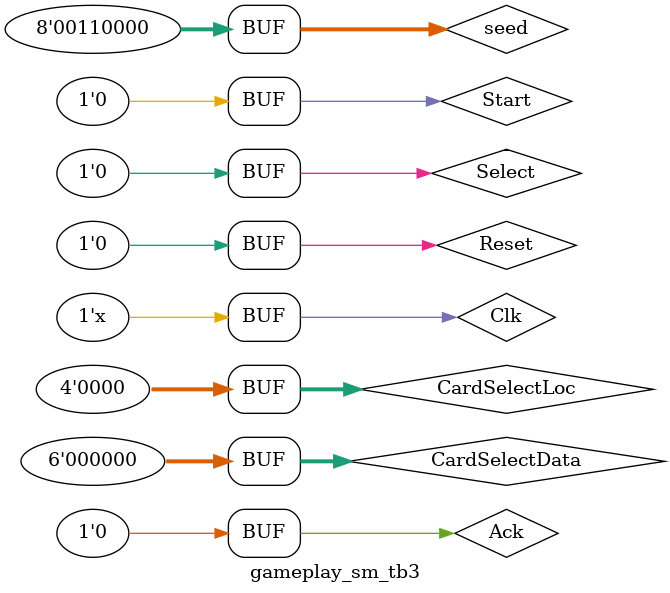
<source format=v>
`timescale 1ns / 1ps


module gameplay_sm_tb3;

	// Inputs
	reg Clk;
	reg Start;
	reg Reset;
	reg Select;
	reg [5:0] CardSelectData;
	reg [3:0] CardSelectLoc;
	reg Ack;
	reg [7:0] seed;

	// Outputs
	wire [9:0] state;
	wire WriteEnable;
	wire [5:0] dataOut;
	wire [3:0] dataLoc;
	wire [3:0] numMatches;

	// Instantiate the Unit Under Test (UUT)
	gameplay_sm uut (
		.Clk(Clk), 
		.Start(Start), 
		.Reset(Reset), 
		.Select(Select), 
		.CardSelectData(CardSelectData), 
		.CardSelectLoc(CardSelectLoc), 
		.Ack(Ack), 
		.seed(seed), 
		.state(state), 
		.WriteEnable(WriteEnable), 
		.dataOut(dataOut), 
		.dataLoc(dataLoc),
		.numMatches(numMatches)
	);
	
	always
		begin
			#5 Clk = ~Clk;
		end

	initial begin
		// Initialize Inputs
		Clk = 0;
		Start = 1;
		Reset = 1;
		Select = 0;
		CardSelectData = 0;
		CardSelectLoc = 0;
		Ack = 0;
		seed = 8'h30;

		// Wait 100 ns for global reset to finish
		#100;
       Reset = 0;
		#100;
		 Start = 0;
		// Add stimulus here

	end
      
endmodule


</source>
